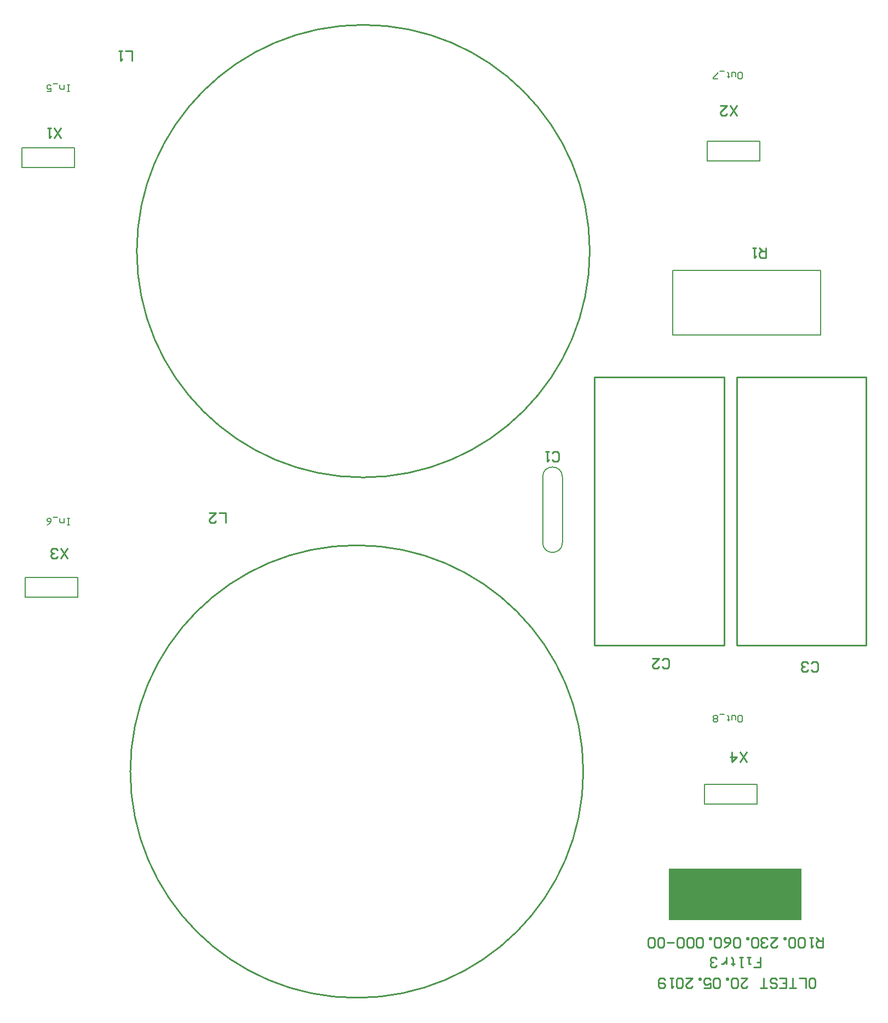
<source format=gto>
G04 Layer_Color=65535*
%FSLAX44Y44*%
%MOMM*%
G71*
G01*
G75*
%ADD18C,0.1270*%
%ADD19C,0.2540*%
%ADD20C,0.2032*%
%ADD21C,0.2500*%
%ADD22C,0.1500*%
%ADD23R,20.5000X8.0000*%
D18*
X824760Y759200D02*
G03*
X855240Y759200I15240J0D01*
G01*
Y860800D02*
G03*
X824760Y860800I-15240J0D01*
G01*
Y759200D02*
Y860800D01*
X855240Y759200D02*
Y860800D01*
X1025700Y1179998D02*
X1254300D01*
Y1079998D02*
Y1179998D01*
X1025700Y1079998D02*
Y1179998D01*
Y1079998D02*
X1254300D01*
D19*
X897509Y1210000D02*
G03*
X897509Y1210000I-350009J0D01*
G01*
X887509Y405000D02*
G03*
X887509Y405000I-350009J0D01*
G01*
X905000Y1015000D02*
X1105000D01*
Y600000D02*
Y1015000D01*
X1010014Y600000D02*
X1105000D01*
X905000D02*
X1010014D01*
X905000D02*
Y1015000D01*
X1125000D02*
X1325000D01*
Y600000D02*
Y1015000D01*
X1230014Y600000D02*
X1325000D01*
X1125000D02*
X1230014D01*
X1125000D02*
Y1015000D01*
X839843Y887304D02*
X842383Y884765D01*
X847461D01*
X850000Y887304D01*
Y897461D01*
X847461Y900000D01*
X842383D01*
X839843Y897461D01*
X834765Y900000D02*
X829687D01*
X832226D01*
Y884765D01*
X834765Y887304D01*
X1009843Y567304D02*
X1012383Y564765D01*
X1017461D01*
X1020000Y567304D01*
Y577461D01*
X1017461Y580000D01*
X1012383D01*
X1009843Y577461D01*
X994608Y580000D02*
X1004765D01*
X994608Y569843D01*
Y567304D01*
X997147Y564765D01*
X1002226D01*
X1004765Y567304D01*
X1239843Y562304D02*
X1242383Y559765D01*
X1247461D01*
X1250000Y562304D01*
Y572461D01*
X1247461Y575000D01*
X1242383D01*
X1239843Y572461D01*
X1234765Y562304D02*
X1232226Y559765D01*
X1227147D01*
X1224608Y562304D01*
Y564843D01*
X1227147Y567383D01*
X1229687D01*
X1227147D01*
X1224608Y569922D01*
Y572461D01*
X1227147Y575000D01*
X1232226D01*
X1234765Y572461D01*
X190000Y1504765D02*
Y1520000D01*
X179843D01*
X174765D02*
X169687D01*
X172226D01*
Y1504765D01*
X174765Y1507304D01*
X335000Y789765D02*
Y805000D01*
X324843D01*
X309608D02*
X319765D01*
X309608Y794843D01*
Y792304D01*
X312147Y789765D01*
X317226D01*
X319765Y792304D01*
X1170000Y1215000D02*
Y1199765D01*
X1162383D01*
X1159843Y1202304D01*
Y1207383D01*
X1162383Y1209922D01*
X1170000D01*
X1164922D02*
X1159843Y1215000D01*
X1154765D02*
X1149687D01*
X1152226D01*
Y1199765D01*
X1154765Y1202304D01*
X80000Y1384765D02*
X69843Y1400000D01*
Y1384765D02*
X80000Y1400000D01*
X64765D02*
X59687D01*
X62226D01*
Y1384765D01*
X64765Y1387304D01*
X1125000Y1419765D02*
X1114843Y1435000D01*
Y1419765D02*
X1125000Y1435000D01*
X1099608D02*
X1109765D01*
X1099608Y1424843D01*
Y1422304D01*
X1102147Y1419765D01*
X1107226D01*
X1109765Y1422304D01*
X90000Y734765D02*
X79843Y750000D01*
Y734765D02*
X90000Y750000D01*
X74765Y737304D02*
X72226Y734765D01*
X67147D01*
X64608Y737304D01*
Y739843D01*
X67147Y742383D01*
X69687D01*
X67147D01*
X64608Y744922D01*
Y747461D01*
X67147Y750000D01*
X72226D01*
X74765Y747461D01*
X1140000Y419765D02*
X1129843Y435000D01*
Y419765D02*
X1140000Y435000D01*
X1117147D02*
Y419765D01*
X1124765Y427383D01*
X1114608D01*
D20*
X1156040Y354760D02*
Y385240D01*
X1074760Y354760D02*
X1156040D01*
X1074760D02*
Y385240D01*
X1156040D01*
X106040Y674760D02*
Y705240D01*
X24760Y674760D02*
X106040D01*
X24760D02*
Y705240D01*
X106040D01*
X101040Y1339760D02*
Y1370240D01*
X19760Y1339760D02*
X101040D01*
X19760D02*
Y1370240D01*
X101040D01*
X1160240Y1349760D02*
Y1380240D01*
X1078960Y1349760D02*
X1160240D01*
X1078960D02*
Y1380240D01*
X1160240D01*
D21*
X1151241Y102611D02*
X1161237D01*
Y110108D01*
X1156239D01*
X1161237D01*
Y117606D01*
X1146242D02*
X1141244D01*
X1143743D01*
Y107609D01*
X1146242D01*
X1133746Y117606D02*
X1128748D01*
X1131247D01*
Y102611D01*
X1133746D01*
X1118751Y105110D02*
Y107609D01*
X1121250D01*
X1116252D01*
X1118751D01*
Y115107D01*
X1116252Y117606D01*
X1108754Y107609D02*
Y117606D01*
Y112607D01*
X1106255Y110108D01*
X1103756Y107609D01*
X1101257D01*
X1093759Y105110D02*
X1091260Y102611D01*
X1086262D01*
X1083763Y105110D01*
Y107609D01*
X1086262Y110108D01*
X1088761D01*
X1086262D01*
X1083763Y112607D01*
Y115107D01*
X1086262Y117606D01*
X1091260D01*
X1093759Y115107D01*
X1257456Y147998D02*
Y133002D01*
X1249959D01*
X1247460Y135502D01*
Y140500D01*
X1249959Y142999D01*
X1257456D01*
X1252458D02*
X1247460Y147998D01*
X1242461D02*
X1237463D01*
X1239962D01*
Y133002D01*
X1242461Y135502D01*
X1229965D02*
X1227466Y133002D01*
X1222468D01*
X1219968Y135502D01*
Y145498D01*
X1222468Y147998D01*
X1227466D01*
X1229965Y145498D01*
Y135502D01*
X1214970D02*
X1212471Y133002D01*
X1207473D01*
X1204973Y135502D01*
Y145498D01*
X1207473Y147998D01*
X1212471D01*
X1214970Y145498D01*
Y135502D01*
X1199975Y147998D02*
Y145498D01*
X1197476D01*
Y147998D01*
X1199975D01*
X1177482D02*
X1187479D01*
X1177482Y138001D01*
Y135502D01*
X1179981Y133002D01*
X1184980D01*
X1187479Y135502D01*
X1172484D02*
X1169985Y133002D01*
X1164986D01*
X1162487Y135502D01*
Y138001D01*
X1164986Y140500D01*
X1167485D01*
X1164986D01*
X1162487Y142999D01*
Y145498D01*
X1164986Y147998D01*
X1169985D01*
X1172484Y145498D01*
X1157489Y135502D02*
X1154989Y133002D01*
X1149991D01*
X1147492Y135502D01*
Y145498D01*
X1149991Y147998D01*
X1154989D01*
X1157489Y145498D01*
Y135502D01*
X1142494Y147998D02*
Y145498D01*
X1139994D01*
Y147998D01*
X1142494D01*
X1129998Y135502D02*
X1127498Y133002D01*
X1122500D01*
X1120001Y135502D01*
Y145498D01*
X1122500Y147998D01*
X1127498D01*
X1129998Y145498D01*
Y135502D01*
X1105006Y133002D02*
X1110004Y135502D01*
X1115002Y140500D01*
Y145498D01*
X1112503Y147998D01*
X1107505D01*
X1105006Y145498D01*
Y142999D01*
X1107505Y140500D01*
X1115002D01*
X1100007Y135502D02*
X1097508Y133002D01*
X1092510D01*
X1090011Y135502D01*
Y145498D01*
X1092510Y147998D01*
X1097508D01*
X1100007Y145498D01*
Y135502D01*
X1085012Y147998D02*
Y145498D01*
X1082513D01*
Y147998D01*
X1085012D01*
X1072516Y135502D02*
X1070017Y133002D01*
X1065019D01*
X1062519Y135502D01*
Y145498D01*
X1065019Y147998D01*
X1070017D01*
X1072516Y145498D01*
Y135502D01*
X1057521D02*
X1055022Y133002D01*
X1050023D01*
X1047524Y135502D01*
Y145498D01*
X1050023Y147998D01*
X1055022D01*
X1057521Y145498D01*
Y135502D01*
X1042526D02*
X1040027Y133002D01*
X1035028D01*
X1032529Y135502D01*
Y145498D01*
X1035028Y147998D01*
X1040027D01*
X1042526Y145498D01*
Y135502D01*
X1027531Y140500D02*
X1017534D01*
X1012536Y135502D02*
X1010036Y133002D01*
X1005038D01*
X1002539Y135502D01*
Y145498D01*
X1005038Y147998D01*
X1010036D01*
X1012536Y145498D01*
Y135502D01*
X997540D02*
X995041Y133002D01*
X990043D01*
X987544Y135502D01*
Y145498D01*
X990043Y147998D01*
X995041D01*
X997540Y145498D01*
Y135502D01*
X1238713Y70508D02*
X1243712D01*
X1246211Y73007D01*
Y83004D01*
X1243712Y85503D01*
X1238713D01*
X1236214Y83004D01*
Y73007D01*
X1238713Y70508D01*
X1231216D02*
Y85503D01*
X1221219D01*
X1216220Y70508D02*
X1206224D01*
X1211222D01*
Y85503D01*
X1191229Y70508D02*
X1201225D01*
Y85503D01*
X1191229D01*
X1201225Y78005D02*
X1196227D01*
X1176233Y73007D02*
X1178733Y70508D01*
X1183731D01*
X1186230Y73007D01*
Y75506D01*
X1183731Y78005D01*
X1178733D01*
X1176233Y80505D01*
Y83004D01*
X1178733Y85503D01*
X1183731D01*
X1186230Y83004D01*
X1171235Y70508D02*
X1161238D01*
X1166237D01*
Y85503D01*
X1131248D02*
X1141245D01*
X1131248Y75506D01*
Y73007D01*
X1133747Y70508D01*
X1138746D01*
X1141245Y73007D01*
X1126250D02*
X1123750Y70508D01*
X1118752D01*
X1116253Y73007D01*
Y83004D01*
X1118752Y85503D01*
X1123750D01*
X1126250Y83004D01*
Y73007D01*
X1111254Y85503D02*
Y83004D01*
X1108755D01*
Y85503D01*
X1111254D01*
X1098758Y73007D02*
X1096259Y70508D01*
X1091261D01*
X1088762Y73007D01*
Y83004D01*
X1091261Y85503D01*
X1096259D01*
X1098758Y83004D01*
Y73007D01*
X1073767Y70508D02*
X1083763D01*
Y78005D01*
X1078765Y75506D01*
X1076266D01*
X1073767Y78005D01*
Y83004D01*
X1076266Y85503D01*
X1081264D01*
X1083763Y83004D01*
X1068768Y85503D02*
Y83004D01*
X1066269D01*
Y85503D01*
X1068768D01*
X1046275D02*
X1056272D01*
X1046275Y75506D01*
Y73007D01*
X1048775Y70508D01*
X1053773D01*
X1056272Y73007D01*
X1041277D02*
X1038778Y70508D01*
X1033780D01*
X1031280Y73007D01*
Y83004D01*
X1033780Y85503D01*
X1038778D01*
X1041277Y83004D01*
Y73007D01*
X1026282Y85503D02*
X1021284D01*
X1023783D01*
Y70508D01*
X1026282Y73007D01*
X1013786Y83004D02*
X1011287Y85503D01*
X1006288D01*
X1003789Y83004D01*
Y73007D01*
X1006288Y70508D01*
X1011287D01*
X1013786Y73007D01*
Y75506D01*
X1011287Y78005D01*
X1003789D01*
D22*
X93500Y1456837D02*
X90168D01*
X91834D01*
Y1466834D01*
X93500D01*
X90168D01*
X85169D02*
Y1460169D01*
X80171D01*
X78505Y1461835D01*
Y1466834D01*
X75173Y1468500D02*
X68508D01*
X58511Y1456837D02*
X65176D01*
Y1461835D01*
X61844Y1460169D01*
X60177D01*
X58511Y1461835D01*
Y1465168D01*
X60177Y1466834D01*
X63510D01*
X65176Y1465168D01*
X93500Y786837D02*
X90168D01*
X91834D01*
Y796834D01*
X93500D01*
X90168D01*
X85169D02*
Y790169D01*
X80171D01*
X78505Y791835D01*
Y796834D01*
X75173Y798500D02*
X68508D01*
X58511Y786837D02*
X61844Y788503D01*
X65176Y791835D01*
Y795168D01*
X63510Y796834D01*
X60177D01*
X58511Y795168D01*
Y793502D01*
X60177Y791835D01*
X65176D01*
X1128502Y1476837D02*
X1131834D01*
X1133500Y1478503D01*
Y1485168D01*
X1131834Y1486834D01*
X1128502D01*
X1126835Y1485168D01*
Y1478503D01*
X1128502Y1476837D01*
X1123503Y1480170D02*
Y1485168D01*
X1121837Y1486834D01*
X1116839D01*
Y1480170D01*
X1111840Y1478503D02*
Y1480170D01*
X1113506D01*
X1110174D01*
X1111840D01*
Y1485168D01*
X1110174Y1486834D01*
X1105176Y1488500D02*
X1098511D01*
X1095179Y1476837D02*
X1088514D01*
Y1478503D01*
X1095179Y1485168D01*
Y1486834D01*
X1128502Y481837D02*
X1131834D01*
X1133500Y483503D01*
Y490168D01*
X1131834Y491834D01*
X1128502D01*
X1126835Y490168D01*
Y483503D01*
X1128502Y481837D01*
X1123503Y485169D02*
Y490168D01*
X1121837Y491834D01*
X1116839D01*
Y485169D01*
X1111840Y483503D02*
Y485169D01*
X1113506D01*
X1110174D01*
X1111840D01*
Y490168D01*
X1110174Y491834D01*
X1105176Y493500D02*
X1098511D01*
X1095179Y483503D02*
X1093513Y481837D01*
X1090181D01*
X1088514Y483503D01*
Y485169D01*
X1090181Y486836D01*
X1088514Y488502D01*
Y490168D01*
X1090181Y491834D01*
X1093513D01*
X1095179Y490168D01*
Y488502D01*
X1093513Y486836D01*
X1095179Y485169D01*
Y483503D01*
X1093513Y486836D02*
X1090181D01*
D23*
X1122500Y215000D02*
D03*
M02*

</source>
